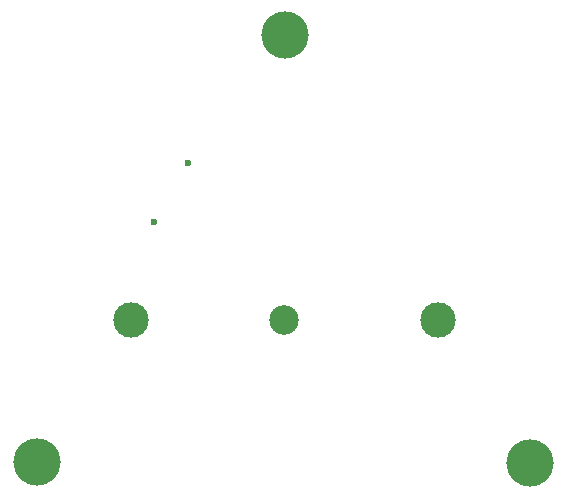
<source format=gbr>
%TF.GenerationSoftware,Altium Limited,Altium Designer,22.7.1 (60)*%
G04 Layer_Color=0*
%FSLAX45Y45*%
%MOMM*%
%TF.SameCoordinates,ACC7CE07-661A-46B9-B338-6EC4A6F7B09F*%
%TF.FilePolarity,Positive*%
%TF.FileFunction,NonPlated,1,4,NPTH,Drill*%
%TF.Part,Single*%
G01*
G75*
%TA.AperFunction,OtherDrill,Pad Free-MH (12.249mm,21.183mm)*%
%ADD102C,3.00000*%
%TA.AperFunction,OtherDrill,Pad Free-MH (25.249mm,21.183mm)*%
%ADD103C,2.50000*%
%TA.AperFunction,OtherDrill,Pad Free-MH (46.019mm,9.106mm)*%
%ADD104C,4.00000*%
%TA.AperFunction,OtherDrill,Pad Free-MH (4.306mm,9.125mm)*%
%ADD105C,4.00000*%
%TA.AperFunction,OtherDrill,Pad Free-MH (25.311mm,45.263mm)*%
%ADD106C,4.00000*%
%TA.AperFunction,OtherDrill,Pad Free-MH (38.249mm,21.183mm)*%
%ADD107C,3.00000*%
%TA.AperFunction,ComponentDrill*%
%ADD108C,0.60000*%
D102*
X1224900Y2118300D02*
D03*
D103*
X2524900D02*
D03*
D104*
X4601852Y910632D02*
D03*
D105*
X430650Y912472D02*
D03*
D106*
X2531083Y4526275D02*
D03*
D107*
X3824900Y2118300D02*
D03*
D108*
X1418564Y2943853D02*
D03*
X1708564Y3446147D02*
D03*
%TF.MD5,a7f74d2cf3c4955ff624780a8ff77b86*%
M02*

</source>
